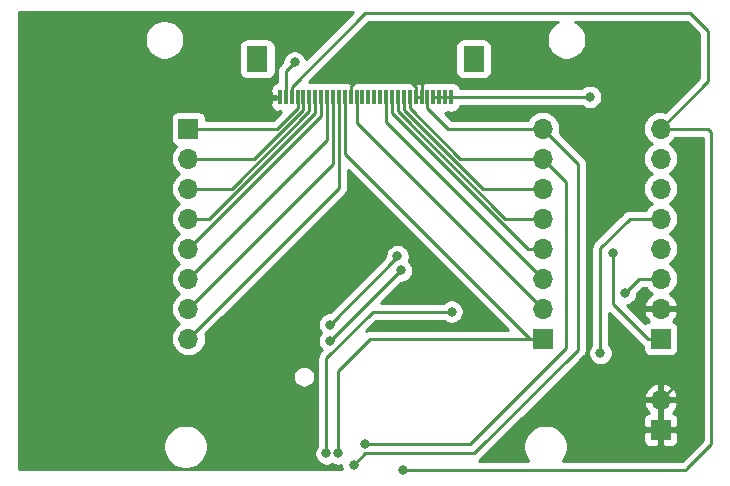
<source format=gtl>
G04 #@! TF.GenerationSoftware,KiCad,Pcbnew,(5.1.0)-1*
G04 #@! TF.CreationDate,2019-07-18T12:24:04+05:30*
G04 #@! TF.ProjectId,AR0135_adapter_rev1,41523031-3335-45f6-9164-61707465725f,rev?*
G04 #@! TF.SameCoordinates,Original*
G04 #@! TF.FileFunction,Copper,L1,Top*
G04 #@! TF.FilePolarity,Positive*
%FSLAX46Y46*%
G04 Gerber Fmt 4.6, Leading zero omitted, Abs format (unit mm)*
G04 Created by KiCad (PCBNEW (5.1.0)-1) date 2019-07-18 12:24:04*
%MOMM*%
%LPD*%
G04 APERTURE LIST*
%ADD10R,0.300000X1.300000*%
%ADD11R,1.800000X2.200000*%
%ADD12R,1.700000X1.700000*%
%ADD13O,1.700000X1.700000*%
%ADD14C,0.800000*%
%ADD15C,0.250000*%
%ADD16C,0.254000*%
G04 APERTURE END LIST*
D10*
X32750000Y-17850000D03*
X33250000Y-17850000D03*
X33750000Y-17850000D03*
X34250000Y-17850000D03*
X34750000Y-17850000D03*
X35250000Y-17850000D03*
X35750000Y-17850000D03*
X36250000Y-17850000D03*
X36750000Y-17850000D03*
X37250000Y-17850000D03*
X37750000Y-17850000D03*
X38250000Y-17850000D03*
X38750000Y-17850000D03*
X39250000Y-17850000D03*
X39750000Y-17850000D03*
X40250000Y-17850000D03*
X40750000Y-17850000D03*
X41250000Y-17850000D03*
X41750000Y-17850000D03*
X42250000Y-17850000D03*
X42750000Y-17850000D03*
X43250000Y-17850000D03*
X43750000Y-17850000D03*
X44250000Y-17850000D03*
X44750000Y-17850000D03*
X45250000Y-17850000D03*
X45750000Y-17850000D03*
X46250000Y-17850000D03*
X46750000Y-17850000D03*
X47250000Y-17850000D03*
D11*
X49150000Y-14600000D03*
X30850000Y-14600000D03*
D12*
X65000000Y-38280000D03*
D13*
X65000000Y-35740000D03*
X65000000Y-33200000D03*
X65000000Y-30660000D03*
X65000000Y-28120000D03*
X65000000Y-25580000D03*
X65000000Y-23040000D03*
X65000000Y-20500000D03*
X25000000Y-38280000D03*
X25000000Y-35740000D03*
X25000000Y-33200000D03*
X25000000Y-30660000D03*
X25000000Y-28120000D03*
X25000000Y-25580000D03*
X25000000Y-23040000D03*
D12*
X25000000Y-20500000D03*
X55000000Y-38280000D03*
D13*
X55000000Y-35740000D03*
X55000000Y-33200000D03*
X55000000Y-30660000D03*
X55000000Y-28120000D03*
X55000000Y-25580000D03*
X55000000Y-23040000D03*
X55000000Y-20500000D03*
D12*
X65000000Y-46000000D03*
D13*
X65000000Y-43460000D03*
D14*
X29000000Y-17800000D03*
X44700000Y-16000000D03*
X32800000Y-44000000D03*
X34000000Y-14900000D03*
X43200000Y-49375000D03*
X37700003Y-48000000D03*
X36700000Y-48000000D03*
X47300000Y-36000000D03*
X37000000Y-38500000D03*
X43000000Y-32500000D03*
X37000000Y-37100000D03*
X42700000Y-31300000D03*
X39958884Y-47241116D03*
X39000000Y-49000000D03*
X61000000Y-31000000D03*
X59000000Y-17800000D03*
X62000000Y-34400000D03*
X59900000Y-39500000D03*
D15*
X44250000Y-17850000D02*
X44750000Y-17850000D01*
X38750000Y-16950000D02*
X39200000Y-16500000D01*
X38750000Y-17850000D02*
X38750000Y-16950000D01*
X44250000Y-16950000D02*
X44250000Y-17850000D01*
X43800000Y-16500000D02*
X44250000Y-16950000D01*
X39200000Y-16500000D02*
X43800000Y-16500000D01*
X66202081Y-35740000D02*
X67000000Y-36537919D01*
X65000000Y-35740000D02*
X66202081Y-35740000D01*
X67000000Y-41460000D02*
X65000000Y-43460000D01*
X67000000Y-36537919D02*
X67000000Y-41460000D01*
X65000000Y-46000000D02*
X65000000Y-43460000D01*
X32750000Y-17850000D02*
X29050000Y-17850000D01*
X29050000Y-17850000D02*
X29000000Y-17800000D01*
X44750000Y-17850000D02*
X44750000Y-16050000D01*
X44750000Y-16050000D02*
X44700000Y-16000000D01*
X33250000Y-15650000D02*
X33250000Y-17850000D01*
X34000000Y-14900000D02*
X33250000Y-15650000D01*
X69000000Y-16500000D02*
X69000000Y-15900000D01*
X65000000Y-20500000D02*
X69000000Y-16500000D01*
X69000000Y-12600000D02*
X69000000Y-15900000D01*
X33750000Y-17850000D02*
X33750000Y-16950000D01*
X33750000Y-16950000D02*
X40000000Y-10700000D01*
X69000000Y-12300000D02*
X69000000Y-12600000D01*
X40000000Y-10700000D02*
X67500000Y-10700000D01*
X69000000Y-12200000D02*
X69000000Y-12600000D01*
X67500000Y-10700000D02*
X69000000Y-12200000D01*
X69300000Y-47200000D02*
X69300000Y-20800000D01*
X69000000Y-20500000D02*
X65000000Y-20500000D01*
X69300000Y-20800000D02*
X69000000Y-20500000D01*
X67125000Y-49375000D02*
X67250000Y-49250000D01*
X43200000Y-49375000D02*
X67125000Y-49375000D01*
X67100000Y-49400000D02*
X67250000Y-49250000D01*
X67250000Y-49250000D02*
X69300000Y-47200000D01*
X26100000Y-20500000D02*
X25000000Y-20500000D01*
X32500000Y-20500000D02*
X26100000Y-20500000D01*
X34250000Y-18750000D02*
X32500000Y-20500000D01*
X34250000Y-17850000D02*
X34250000Y-18750000D01*
X26202081Y-23040000D02*
X25000000Y-23040000D01*
X30596410Y-23040000D02*
X26202081Y-23040000D01*
X34750000Y-18886410D02*
X30596410Y-23040000D01*
X34750000Y-17850000D02*
X34750000Y-18886410D01*
X26202081Y-25580000D02*
X25000000Y-25580000D01*
X28692820Y-25580000D02*
X26202081Y-25580000D01*
X35250000Y-19022820D02*
X28692820Y-25580000D01*
X35250000Y-17850000D02*
X35250000Y-19022820D01*
X26202081Y-28120000D02*
X25000000Y-28120000D01*
X26789230Y-28120000D02*
X26202081Y-28120000D01*
X35750000Y-19159230D02*
X26789230Y-28120000D01*
X35750000Y-17850000D02*
X35750000Y-19159230D01*
X36250000Y-19410000D02*
X25000000Y-30660000D01*
X36250000Y-17850000D02*
X36250000Y-19410000D01*
X36750000Y-21450000D02*
X25000000Y-33200000D01*
X36750000Y-17850000D02*
X36750000Y-21450000D01*
X37250000Y-23490000D02*
X25000000Y-35740000D01*
X37250000Y-17850000D02*
X37250000Y-23490000D01*
X37750000Y-25530000D02*
X25000000Y-38280000D01*
X37750000Y-17850000D02*
X37750000Y-25530000D01*
X37700003Y-48000000D02*
X37700003Y-40999997D01*
X40420000Y-38280000D02*
X55000000Y-38280000D01*
X37700003Y-40999997D02*
X40420000Y-38280000D01*
X38274999Y-17874999D02*
X38250000Y-17850000D01*
X55000000Y-38280000D02*
X53900000Y-38280000D01*
X53900000Y-38280000D02*
X38274999Y-22654999D01*
X38274999Y-18474999D02*
X38274999Y-22654999D01*
X38250000Y-18450000D02*
X38274999Y-18474999D01*
X38250000Y-17850000D02*
X38250000Y-18450000D01*
X39250000Y-19990000D02*
X55000000Y-35740000D01*
X39250000Y-17850000D02*
X39250000Y-19990000D01*
X47051998Y-36000000D02*
X47300000Y-36000000D01*
X36700000Y-48000000D02*
X36700000Y-39900000D01*
X40600000Y-36000000D02*
X47300000Y-36000000D01*
X36700000Y-39900000D02*
X40600000Y-36000000D01*
X41750000Y-19950000D02*
X55000000Y-33200000D01*
X41750000Y-17850000D02*
X41750000Y-19950000D01*
X53797919Y-30660000D02*
X55000000Y-30660000D01*
X42250000Y-19159230D02*
X53750770Y-30660000D01*
X53750770Y-30660000D02*
X53797919Y-30660000D01*
X42250000Y-17850000D02*
X42250000Y-19159230D01*
X53797919Y-28120000D02*
X55000000Y-28120000D01*
X51847180Y-28120000D02*
X53797919Y-28120000D01*
X42750000Y-19022820D02*
X51847180Y-28120000D01*
X42750000Y-17850000D02*
X42750000Y-19022820D01*
X37000000Y-38500000D02*
X43000000Y-32500000D01*
X53797919Y-25580000D02*
X55000000Y-25580000D01*
X49943590Y-25580000D02*
X53797919Y-25580000D01*
X43250000Y-18886410D02*
X49943590Y-25580000D01*
X43250000Y-17850000D02*
X43250000Y-18886410D01*
X37000000Y-37100000D02*
X42700000Y-31400000D01*
X42700000Y-31400000D02*
X42700000Y-31300000D01*
X53797919Y-23040000D02*
X55000000Y-23040000D01*
X48040000Y-23040000D02*
X53797919Y-23040000D01*
X43750000Y-18750000D02*
X48040000Y-23040000D01*
X43750000Y-17850000D02*
X43750000Y-18750000D01*
X57000000Y-25040000D02*
X55000000Y-23040000D01*
X57000000Y-39100000D02*
X57000000Y-25040000D01*
X39958884Y-47241116D02*
X48858884Y-47241116D01*
X48858884Y-47241116D02*
X57000000Y-39100000D01*
X53797919Y-20500000D02*
X55000000Y-20500000D01*
X47000000Y-20500000D02*
X53797919Y-20500000D01*
X45250000Y-18750000D02*
X47000000Y-20500000D01*
X45250000Y-17850000D02*
X45250000Y-18750000D01*
X58000000Y-23500000D02*
X55000000Y-20500000D01*
X58000000Y-39200000D02*
X58000000Y-23500000D01*
X49200000Y-48000000D02*
X58000000Y-39200000D01*
X39000000Y-49000000D02*
X40000000Y-48000000D01*
X40000000Y-48000000D02*
X49200000Y-48000000D01*
X45750000Y-17850000D02*
X46250000Y-17850000D01*
X46250000Y-17850000D02*
X46750000Y-17850000D01*
X46750000Y-17850000D02*
X47250000Y-17850000D01*
X61000000Y-35380000D02*
X61000000Y-31000000D01*
X65000000Y-38280000D02*
X63900000Y-38280000D01*
X63900000Y-38280000D02*
X61000000Y-35380000D01*
X47300000Y-17800000D02*
X47250000Y-17850000D01*
X59000000Y-17800000D02*
X47300000Y-17800000D01*
X63200000Y-33200000D02*
X65000000Y-33200000D01*
X62000000Y-34400000D02*
X63200000Y-33200000D01*
X62380000Y-28120000D02*
X65000000Y-28120000D01*
X59900000Y-30600000D02*
X62380000Y-28120000D01*
X59900000Y-39500000D02*
X59900000Y-38800000D01*
X59900000Y-39225306D02*
X59900000Y-38800000D01*
X59900000Y-38800000D02*
X59900000Y-30600000D01*
D16*
G36*
X35000514Y-14624685D02*
G01*
X34995226Y-14598102D01*
X34917205Y-14409744D01*
X34803937Y-14240226D01*
X34659774Y-14096063D01*
X34490256Y-13982795D01*
X34301898Y-13904774D01*
X34101939Y-13865000D01*
X33898061Y-13865000D01*
X33698102Y-13904774D01*
X33509744Y-13982795D01*
X33340226Y-14096063D01*
X33196063Y-14240226D01*
X33082795Y-14409744D01*
X33004774Y-14598102D01*
X32965000Y-14798061D01*
X32965000Y-14860199D01*
X32739002Y-15086197D01*
X32709999Y-15109999D01*
X32654871Y-15177174D01*
X32615026Y-15225724D01*
X32562348Y-15324277D01*
X32544454Y-15357754D01*
X32500997Y-15501015D01*
X32490000Y-15612668D01*
X32490000Y-15612678D01*
X32486324Y-15650000D01*
X32490000Y-15687323D01*
X32490000Y-16573598D01*
X32465268Y-16576315D01*
X32346182Y-16614584D01*
X32236850Y-16675350D01*
X32141474Y-16756278D01*
X32063718Y-16854258D01*
X32006572Y-16965525D01*
X31972230Y-17085802D01*
X31962014Y-17210468D01*
X31965000Y-17564250D01*
X32123750Y-17723000D01*
X32461928Y-17723000D01*
X32461928Y-17977000D01*
X32123750Y-17977000D01*
X31965000Y-18135750D01*
X31962014Y-18489532D01*
X31972230Y-18614198D01*
X32006572Y-18734475D01*
X32063718Y-18845742D01*
X32141474Y-18943722D01*
X32236850Y-19024650D01*
X32346182Y-19085416D01*
X32465268Y-19123685D01*
X32568250Y-19135000D01*
X32705525Y-18997725D01*
X32745506Y-19030537D01*
X32842706Y-19082492D01*
X32185199Y-19740000D01*
X26488072Y-19740000D01*
X26488072Y-19650000D01*
X26475812Y-19525518D01*
X26439502Y-19405820D01*
X26380537Y-19295506D01*
X26301185Y-19198815D01*
X26204494Y-19119463D01*
X26094180Y-19060498D01*
X25974482Y-19024188D01*
X25850000Y-19011928D01*
X24150000Y-19011928D01*
X24025518Y-19024188D01*
X23905820Y-19060498D01*
X23795506Y-19119463D01*
X23698815Y-19198815D01*
X23619463Y-19295506D01*
X23560498Y-19405820D01*
X23524188Y-19525518D01*
X23511928Y-19650000D01*
X23511928Y-21350000D01*
X23524188Y-21474482D01*
X23560498Y-21594180D01*
X23619463Y-21704494D01*
X23698815Y-21801185D01*
X23795506Y-21880537D01*
X23905820Y-21939502D01*
X23974687Y-21960393D01*
X23944866Y-21984866D01*
X23759294Y-22210986D01*
X23621401Y-22468966D01*
X23536487Y-22748889D01*
X23507815Y-23040000D01*
X23536487Y-23331111D01*
X23621401Y-23611034D01*
X23759294Y-23869014D01*
X23944866Y-24095134D01*
X24170986Y-24280706D01*
X24225791Y-24310000D01*
X24170986Y-24339294D01*
X23944866Y-24524866D01*
X23759294Y-24750986D01*
X23621401Y-25008966D01*
X23536487Y-25288889D01*
X23507815Y-25580000D01*
X23536487Y-25871111D01*
X23621401Y-26151034D01*
X23759294Y-26409014D01*
X23944866Y-26635134D01*
X24170986Y-26820706D01*
X24225791Y-26850000D01*
X24170986Y-26879294D01*
X23944866Y-27064866D01*
X23759294Y-27290986D01*
X23621401Y-27548966D01*
X23536487Y-27828889D01*
X23507815Y-28120000D01*
X23536487Y-28411111D01*
X23621401Y-28691034D01*
X23759294Y-28949014D01*
X23944866Y-29175134D01*
X24170986Y-29360706D01*
X24225791Y-29390000D01*
X24170986Y-29419294D01*
X23944866Y-29604866D01*
X23759294Y-29830986D01*
X23621401Y-30088966D01*
X23536487Y-30368889D01*
X23507815Y-30660000D01*
X23536487Y-30951111D01*
X23621401Y-31231034D01*
X23759294Y-31489014D01*
X23944866Y-31715134D01*
X24170986Y-31900706D01*
X24225791Y-31930000D01*
X24170986Y-31959294D01*
X23944866Y-32144866D01*
X23759294Y-32370986D01*
X23621401Y-32628966D01*
X23536487Y-32908889D01*
X23507815Y-33200000D01*
X23536487Y-33491111D01*
X23621401Y-33771034D01*
X23759294Y-34029014D01*
X23944866Y-34255134D01*
X24170986Y-34440706D01*
X24225791Y-34470000D01*
X24170986Y-34499294D01*
X23944866Y-34684866D01*
X23759294Y-34910986D01*
X23621401Y-35168966D01*
X23536487Y-35448889D01*
X23507815Y-35740000D01*
X23536487Y-36031111D01*
X23621401Y-36311034D01*
X23759294Y-36569014D01*
X23944866Y-36795134D01*
X24170986Y-36980706D01*
X24225791Y-37010000D01*
X24170986Y-37039294D01*
X23944866Y-37224866D01*
X23759294Y-37450986D01*
X23621401Y-37708966D01*
X23536487Y-37988889D01*
X23507815Y-38280000D01*
X23536487Y-38571111D01*
X23621401Y-38851034D01*
X23759294Y-39109014D01*
X23944866Y-39335134D01*
X24170986Y-39520706D01*
X24428966Y-39658599D01*
X24708889Y-39743513D01*
X24927050Y-39765000D01*
X25072950Y-39765000D01*
X25291111Y-39743513D01*
X25571034Y-39658599D01*
X25829014Y-39520706D01*
X26055134Y-39335134D01*
X26240706Y-39109014D01*
X26378599Y-38851034D01*
X26463513Y-38571111D01*
X26492185Y-38280000D01*
X26463513Y-37988889D01*
X26440797Y-37914004D01*
X38261003Y-26093799D01*
X38290001Y-26070001D01*
X38343940Y-26004276D01*
X38384974Y-25954277D01*
X38455546Y-25822247D01*
X38461179Y-25803676D01*
X38499003Y-25678986D01*
X38510000Y-25567333D01*
X38510000Y-25567323D01*
X38513676Y-25530000D01*
X38510000Y-25492677D01*
X38510000Y-23964801D01*
X52065198Y-37520000D01*
X40457325Y-37520000D01*
X40420000Y-37516324D01*
X40382675Y-37520000D01*
X40382667Y-37520000D01*
X40271014Y-37530997D01*
X40127753Y-37574454D01*
X40068878Y-37605924D01*
X40914802Y-36760000D01*
X46596289Y-36760000D01*
X46640226Y-36803937D01*
X46809744Y-36917205D01*
X46998102Y-36995226D01*
X47198061Y-37035000D01*
X47401939Y-37035000D01*
X47601898Y-36995226D01*
X47790256Y-36917205D01*
X47959774Y-36803937D01*
X48103937Y-36659774D01*
X48217205Y-36490256D01*
X48295226Y-36301898D01*
X48335000Y-36101939D01*
X48335000Y-35898061D01*
X48295226Y-35698102D01*
X48217205Y-35509744D01*
X48103937Y-35340226D01*
X47959774Y-35196063D01*
X47790256Y-35082795D01*
X47601898Y-35004774D01*
X47401939Y-34965000D01*
X47198061Y-34965000D01*
X46998102Y-35004774D01*
X46809744Y-35082795D01*
X46640226Y-35196063D01*
X46596289Y-35240000D01*
X41334802Y-35240000D01*
X43039803Y-33535000D01*
X43101939Y-33535000D01*
X43301898Y-33495226D01*
X43490256Y-33417205D01*
X43659774Y-33303937D01*
X43803937Y-33159774D01*
X43917205Y-32990256D01*
X43995226Y-32801898D01*
X44035000Y-32601939D01*
X44035000Y-32398061D01*
X43995226Y-32198102D01*
X43917205Y-32009744D01*
X43803937Y-31840226D01*
X43659774Y-31696063D01*
X43656991Y-31694204D01*
X43695226Y-31601898D01*
X43735000Y-31401939D01*
X43735000Y-31198061D01*
X43695226Y-30998102D01*
X43617205Y-30809744D01*
X43503937Y-30640226D01*
X43359774Y-30496063D01*
X43190256Y-30382795D01*
X43001898Y-30304774D01*
X42801939Y-30265000D01*
X42598061Y-30265000D01*
X42398102Y-30304774D01*
X42209744Y-30382795D01*
X42040226Y-30496063D01*
X41896063Y-30640226D01*
X41782795Y-30809744D01*
X41704774Y-30998102D01*
X41665000Y-31198061D01*
X41665000Y-31360198D01*
X36960199Y-36065000D01*
X36898061Y-36065000D01*
X36698102Y-36104774D01*
X36509744Y-36182795D01*
X36340226Y-36296063D01*
X36196063Y-36440226D01*
X36082795Y-36609744D01*
X36004774Y-36798102D01*
X35965000Y-36998061D01*
X35965000Y-37201939D01*
X36004774Y-37401898D01*
X36082795Y-37590256D01*
X36196063Y-37759774D01*
X36236289Y-37800000D01*
X36196063Y-37840226D01*
X36082795Y-38009744D01*
X36004774Y-38198102D01*
X35965000Y-38398061D01*
X35965000Y-38601939D01*
X36004774Y-38801898D01*
X36082795Y-38990256D01*
X36196063Y-39159774D01*
X36280744Y-39244455D01*
X36188998Y-39336201D01*
X36160000Y-39359999D01*
X36136202Y-39388997D01*
X36136201Y-39388998D01*
X36065026Y-39475724D01*
X35994454Y-39607754D01*
X35979031Y-39658599D01*
X35950998Y-39751014D01*
X35949590Y-39765307D01*
X35936324Y-39900000D01*
X35940001Y-39937332D01*
X35940000Y-47296289D01*
X35896063Y-47340226D01*
X35782795Y-47509744D01*
X35704774Y-47698102D01*
X35665000Y-47898061D01*
X35665000Y-48101939D01*
X35704774Y-48301898D01*
X35782795Y-48490256D01*
X35896063Y-48659774D01*
X36040226Y-48803937D01*
X36209744Y-48917205D01*
X36398102Y-48995226D01*
X36598061Y-49035000D01*
X36801939Y-49035000D01*
X37001898Y-48995226D01*
X37190256Y-48917205D01*
X37200002Y-48910693D01*
X37209747Y-48917205D01*
X37398105Y-48995226D01*
X37598064Y-49035000D01*
X37801942Y-49035000D01*
X37965000Y-49002566D01*
X37965000Y-49101939D01*
X38004774Y-49301898D01*
X38020556Y-49340000D01*
X10660000Y-49340000D01*
X10660000Y-47259344D01*
X22875000Y-47259344D01*
X22875000Y-47630656D01*
X22947439Y-47994834D01*
X23089534Y-48337882D01*
X23295825Y-48646618D01*
X23558382Y-48909175D01*
X23867118Y-49115466D01*
X24210166Y-49257561D01*
X24574344Y-49330000D01*
X24945656Y-49330000D01*
X25309834Y-49257561D01*
X25652882Y-49115466D01*
X25961618Y-48909175D01*
X26224175Y-48646618D01*
X26430466Y-48337882D01*
X26572561Y-47994834D01*
X26645000Y-47630656D01*
X26645000Y-47259344D01*
X26572561Y-46895166D01*
X26430466Y-46552118D01*
X26224175Y-46243382D01*
X25961618Y-45980825D01*
X25652882Y-45774534D01*
X25309834Y-45632439D01*
X24945656Y-45560000D01*
X24574344Y-45560000D01*
X24210166Y-45632439D01*
X23867118Y-45774534D01*
X23558382Y-45980825D01*
X23295825Y-46243382D01*
X23089534Y-46552118D01*
X22947439Y-46895166D01*
X22875000Y-47259344D01*
X10660000Y-47259344D01*
X10660000Y-41407911D01*
X33865000Y-41407911D01*
X33865000Y-41592089D01*
X33900932Y-41772729D01*
X33971414Y-41942889D01*
X34073738Y-42096028D01*
X34203972Y-42226262D01*
X34357111Y-42328586D01*
X34527271Y-42399068D01*
X34707911Y-42435000D01*
X34892089Y-42435000D01*
X35072729Y-42399068D01*
X35242889Y-42328586D01*
X35396028Y-42226262D01*
X35526262Y-42096028D01*
X35628586Y-41942889D01*
X35699068Y-41772729D01*
X35735000Y-41592089D01*
X35735000Y-41407911D01*
X35699068Y-41227271D01*
X35628586Y-41057111D01*
X35526262Y-40903972D01*
X35396028Y-40773738D01*
X35242889Y-40671414D01*
X35072729Y-40600932D01*
X34892089Y-40565000D01*
X34707911Y-40565000D01*
X34527271Y-40600932D01*
X34357111Y-40671414D01*
X34203972Y-40773738D01*
X34073738Y-40903972D01*
X33971414Y-41057111D01*
X33900932Y-41227271D01*
X33865000Y-41407911D01*
X10660000Y-41407911D01*
X10660000Y-12814042D01*
X21295000Y-12814042D01*
X21295000Y-13145958D01*
X21359754Y-13471496D01*
X21486772Y-13778147D01*
X21671175Y-14054125D01*
X21905875Y-14288825D01*
X22181853Y-14473228D01*
X22488504Y-14600246D01*
X22814042Y-14665000D01*
X23145958Y-14665000D01*
X23471496Y-14600246D01*
X23778147Y-14473228D01*
X24054125Y-14288825D01*
X24288825Y-14054125D01*
X24473228Y-13778147D01*
X24588439Y-13500000D01*
X29311928Y-13500000D01*
X29311928Y-15700000D01*
X29324188Y-15824482D01*
X29360498Y-15944180D01*
X29419463Y-16054494D01*
X29498815Y-16151185D01*
X29595506Y-16230537D01*
X29705820Y-16289502D01*
X29825518Y-16325812D01*
X29950000Y-16338072D01*
X31750000Y-16338072D01*
X31874482Y-16325812D01*
X31994180Y-16289502D01*
X32104494Y-16230537D01*
X32201185Y-16151185D01*
X32280537Y-16054494D01*
X32339502Y-15944180D01*
X32375812Y-15824482D01*
X32388072Y-15700000D01*
X32388072Y-13500000D01*
X32375812Y-13375518D01*
X32339502Y-13255820D01*
X32280537Y-13145506D01*
X32201185Y-13048815D01*
X32104494Y-12969463D01*
X31994180Y-12910498D01*
X31874482Y-12874188D01*
X31750000Y-12861928D01*
X29950000Y-12861928D01*
X29825518Y-12874188D01*
X29705820Y-12910498D01*
X29595506Y-12969463D01*
X29498815Y-13048815D01*
X29419463Y-13145506D01*
X29360498Y-13255820D01*
X29324188Y-13375518D01*
X29311928Y-13500000D01*
X24588439Y-13500000D01*
X24600246Y-13471496D01*
X24665000Y-13145958D01*
X24665000Y-12814042D01*
X24600246Y-12488504D01*
X24473228Y-12181853D01*
X24288825Y-11905875D01*
X24054125Y-11671175D01*
X23778147Y-11486772D01*
X23471496Y-11359754D01*
X23145958Y-11295000D01*
X22814042Y-11295000D01*
X22488504Y-11359754D01*
X22181853Y-11486772D01*
X21905875Y-11671175D01*
X21671175Y-11905875D01*
X21486772Y-12181853D01*
X21359754Y-12488504D01*
X21295000Y-12814042D01*
X10660000Y-12814042D01*
X10660000Y-10660000D01*
X38965198Y-10660000D01*
X35000514Y-14624685D01*
X35000514Y-14624685D01*
G37*
X35000514Y-14624685D02*
X34995226Y-14598102D01*
X34917205Y-14409744D01*
X34803937Y-14240226D01*
X34659774Y-14096063D01*
X34490256Y-13982795D01*
X34301898Y-13904774D01*
X34101939Y-13865000D01*
X33898061Y-13865000D01*
X33698102Y-13904774D01*
X33509744Y-13982795D01*
X33340226Y-14096063D01*
X33196063Y-14240226D01*
X33082795Y-14409744D01*
X33004774Y-14598102D01*
X32965000Y-14798061D01*
X32965000Y-14860199D01*
X32739002Y-15086197D01*
X32709999Y-15109999D01*
X32654871Y-15177174D01*
X32615026Y-15225724D01*
X32562348Y-15324277D01*
X32544454Y-15357754D01*
X32500997Y-15501015D01*
X32490000Y-15612668D01*
X32490000Y-15612678D01*
X32486324Y-15650000D01*
X32490000Y-15687323D01*
X32490000Y-16573598D01*
X32465268Y-16576315D01*
X32346182Y-16614584D01*
X32236850Y-16675350D01*
X32141474Y-16756278D01*
X32063718Y-16854258D01*
X32006572Y-16965525D01*
X31972230Y-17085802D01*
X31962014Y-17210468D01*
X31965000Y-17564250D01*
X32123750Y-17723000D01*
X32461928Y-17723000D01*
X32461928Y-17977000D01*
X32123750Y-17977000D01*
X31965000Y-18135750D01*
X31962014Y-18489532D01*
X31972230Y-18614198D01*
X32006572Y-18734475D01*
X32063718Y-18845742D01*
X32141474Y-18943722D01*
X32236850Y-19024650D01*
X32346182Y-19085416D01*
X32465268Y-19123685D01*
X32568250Y-19135000D01*
X32705525Y-18997725D01*
X32745506Y-19030537D01*
X32842706Y-19082492D01*
X32185199Y-19740000D01*
X26488072Y-19740000D01*
X26488072Y-19650000D01*
X26475812Y-19525518D01*
X26439502Y-19405820D01*
X26380537Y-19295506D01*
X26301185Y-19198815D01*
X26204494Y-19119463D01*
X26094180Y-19060498D01*
X25974482Y-19024188D01*
X25850000Y-19011928D01*
X24150000Y-19011928D01*
X24025518Y-19024188D01*
X23905820Y-19060498D01*
X23795506Y-19119463D01*
X23698815Y-19198815D01*
X23619463Y-19295506D01*
X23560498Y-19405820D01*
X23524188Y-19525518D01*
X23511928Y-19650000D01*
X23511928Y-21350000D01*
X23524188Y-21474482D01*
X23560498Y-21594180D01*
X23619463Y-21704494D01*
X23698815Y-21801185D01*
X23795506Y-21880537D01*
X23905820Y-21939502D01*
X23974687Y-21960393D01*
X23944866Y-21984866D01*
X23759294Y-22210986D01*
X23621401Y-22468966D01*
X23536487Y-22748889D01*
X23507815Y-23040000D01*
X23536487Y-23331111D01*
X23621401Y-23611034D01*
X23759294Y-23869014D01*
X23944866Y-24095134D01*
X24170986Y-24280706D01*
X24225791Y-24310000D01*
X24170986Y-24339294D01*
X23944866Y-24524866D01*
X23759294Y-24750986D01*
X23621401Y-25008966D01*
X23536487Y-25288889D01*
X23507815Y-25580000D01*
X23536487Y-25871111D01*
X23621401Y-26151034D01*
X23759294Y-26409014D01*
X23944866Y-26635134D01*
X24170986Y-26820706D01*
X24225791Y-26850000D01*
X24170986Y-26879294D01*
X23944866Y-27064866D01*
X23759294Y-27290986D01*
X23621401Y-27548966D01*
X23536487Y-27828889D01*
X23507815Y-28120000D01*
X23536487Y-28411111D01*
X23621401Y-28691034D01*
X23759294Y-28949014D01*
X23944866Y-29175134D01*
X24170986Y-29360706D01*
X24225791Y-29390000D01*
X24170986Y-29419294D01*
X23944866Y-29604866D01*
X23759294Y-29830986D01*
X23621401Y-30088966D01*
X23536487Y-30368889D01*
X23507815Y-30660000D01*
X23536487Y-30951111D01*
X23621401Y-31231034D01*
X23759294Y-31489014D01*
X23944866Y-31715134D01*
X24170986Y-31900706D01*
X24225791Y-31930000D01*
X24170986Y-31959294D01*
X23944866Y-32144866D01*
X23759294Y-32370986D01*
X23621401Y-32628966D01*
X23536487Y-32908889D01*
X23507815Y-33200000D01*
X23536487Y-33491111D01*
X23621401Y-33771034D01*
X23759294Y-34029014D01*
X23944866Y-34255134D01*
X24170986Y-34440706D01*
X24225791Y-34470000D01*
X24170986Y-34499294D01*
X23944866Y-34684866D01*
X23759294Y-34910986D01*
X23621401Y-35168966D01*
X23536487Y-35448889D01*
X23507815Y-35740000D01*
X23536487Y-36031111D01*
X23621401Y-36311034D01*
X23759294Y-36569014D01*
X23944866Y-36795134D01*
X24170986Y-36980706D01*
X24225791Y-37010000D01*
X24170986Y-37039294D01*
X23944866Y-37224866D01*
X23759294Y-37450986D01*
X23621401Y-37708966D01*
X23536487Y-37988889D01*
X23507815Y-38280000D01*
X23536487Y-38571111D01*
X23621401Y-38851034D01*
X23759294Y-39109014D01*
X23944866Y-39335134D01*
X24170986Y-39520706D01*
X24428966Y-39658599D01*
X24708889Y-39743513D01*
X24927050Y-39765000D01*
X25072950Y-39765000D01*
X25291111Y-39743513D01*
X25571034Y-39658599D01*
X25829014Y-39520706D01*
X26055134Y-39335134D01*
X26240706Y-39109014D01*
X26378599Y-38851034D01*
X26463513Y-38571111D01*
X26492185Y-38280000D01*
X26463513Y-37988889D01*
X26440797Y-37914004D01*
X38261003Y-26093799D01*
X38290001Y-26070001D01*
X38343940Y-26004276D01*
X38384974Y-25954277D01*
X38455546Y-25822247D01*
X38461179Y-25803676D01*
X38499003Y-25678986D01*
X38510000Y-25567333D01*
X38510000Y-25567323D01*
X38513676Y-25530000D01*
X38510000Y-25492677D01*
X38510000Y-23964801D01*
X52065198Y-37520000D01*
X40457325Y-37520000D01*
X40420000Y-37516324D01*
X40382675Y-37520000D01*
X40382667Y-37520000D01*
X40271014Y-37530997D01*
X40127753Y-37574454D01*
X40068878Y-37605924D01*
X40914802Y-36760000D01*
X46596289Y-36760000D01*
X46640226Y-36803937D01*
X46809744Y-36917205D01*
X46998102Y-36995226D01*
X47198061Y-37035000D01*
X47401939Y-37035000D01*
X47601898Y-36995226D01*
X47790256Y-36917205D01*
X47959774Y-36803937D01*
X48103937Y-36659774D01*
X48217205Y-36490256D01*
X48295226Y-36301898D01*
X48335000Y-36101939D01*
X48335000Y-35898061D01*
X48295226Y-35698102D01*
X48217205Y-35509744D01*
X48103937Y-35340226D01*
X47959774Y-35196063D01*
X47790256Y-35082795D01*
X47601898Y-35004774D01*
X47401939Y-34965000D01*
X47198061Y-34965000D01*
X46998102Y-35004774D01*
X46809744Y-35082795D01*
X46640226Y-35196063D01*
X46596289Y-35240000D01*
X41334802Y-35240000D01*
X43039803Y-33535000D01*
X43101939Y-33535000D01*
X43301898Y-33495226D01*
X43490256Y-33417205D01*
X43659774Y-33303937D01*
X43803937Y-33159774D01*
X43917205Y-32990256D01*
X43995226Y-32801898D01*
X44035000Y-32601939D01*
X44035000Y-32398061D01*
X43995226Y-32198102D01*
X43917205Y-32009744D01*
X43803937Y-31840226D01*
X43659774Y-31696063D01*
X43656991Y-31694204D01*
X43695226Y-31601898D01*
X43735000Y-31401939D01*
X43735000Y-31198061D01*
X43695226Y-30998102D01*
X43617205Y-30809744D01*
X43503937Y-30640226D01*
X43359774Y-30496063D01*
X43190256Y-30382795D01*
X43001898Y-30304774D01*
X42801939Y-30265000D01*
X42598061Y-30265000D01*
X42398102Y-30304774D01*
X42209744Y-30382795D01*
X42040226Y-30496063D01*
X41896063Y-30640226D01*
X41782795Y-30809744D01*
X41704774Y-30998102D01*
X41665000Y-31198061D01*
X41665000Y-31360198D01*
X36960199Y-36065000D01*
X36898061Y-36065000D01*
X36698102Y-36104774D01*
X36509744Y-36182795D01*
X36340226Y-36296063D01*
X36196063Y-36440226D01*
X36082795Y-36609744D01*
X36004774Y-36798102D01*
X35965000Y-36998061D01*
X35965000Y-37201939D01*
X36004774Y-37401898D01*
X36082795Y-37590256D01*
X36196063Y-37759774D01*
X36236289Y-37800000D01*
X36196063Y-37840226D01*
X36082795Y-38009744D01*
X36004774Y-38198102D01*
X35965000Y-38398061D01*
X35965000Y-38601939D01*
X36004774Y-38801898D01*
X36082795Y-38990256D01*
X36196063Y-39159774D01*
X36280744Y-39244455D01*
X36188998Y-39336201D01*
X36160000Y-39359999D01*
X36136202Y-39388997D01*
X36136201Y-39388998D01*
X36065026Y-39475724D01*
X35994454Y-39607754D01*
X35979031Y-39658599D01*
X35950998Y-39751014D01*
X35949590Y-39765307D01*
X35936324Y-39900000D01*
X35940001Y-39937332D01*
X35940000Y-47296289D01*
X35896063Y-47340226D01*
X35782795Y-47509744D01*
X35704774Y-47698102D01*
X35665000Y-47898061D01*
X35665000Y-48101939D01*
X35704774Y-48301898D01*
X35782795Y-48490256D01*
X35896063Y-48659774D01*
X36040226Y-48803937D01*
X36209744Y-48917205D01*
X36398102Y-48995226D01*
X36598061Y-49035000D01*
X36801939Y-49035000D01*
X37001898Y-48995226D01*
X37190256Y-48917205D01*
X37200002Y-48910693D01*
X37209747Y-48917205D01*
X37398105Y-48995226D01*
X37598064Y-49035000D01*
X37801942Y-49035000D01*
X37965000Y-49002566D01*
X37965000Y-49101939D01*
X38004774Y-49301898D01*
X38020556Y-49340000D01*
X10660000Y-49340000D01*
X10660000Y-47259344D01*
X22875000Y-47259344D01*
X22875000Y-47630656D01*
X22947439Y-47994834D01*
X23089534Y-48337882D01*
X23295825Y-48646618D01*
X23558382Y-48909175D01*
X23867118Y-49115466D01*
X24210166Y-49257561D01*
X24574344Y-49330000D01*
X24945656Y-49330000D01*
X25309834Y-49257561D01*
X25652882Y-49115466D01*
X25961618Y-48909175D01*
X26224175Y-48646618D01*
X26430466Y-48337882D01*
X26572561Y-47994834D01*
X26645000Y-47630656D01*
X26645000Y-47259344D01*
X26572561Y-46895166D01*
X26430466Y-46552118D01*
X26224175Y-46243382D01*
X25961618Y-45980825D01*
X25652882Y-45774534D01*
X25309834Y-45632439D01*
X24945656Y-45560000D01*
X24574344Y-45560000D01*
X24210166Y-45632439D01*
X23867118Y-45774534D01*
X23558382Y-45980825D01*
X23295825Y-46243382D01*
X23089534Y-46552118D01*
X22947439Y-46895166D01*
X22875000Y-47259344D01*
X10660000Y-47259344D01*
X10660000Y-41407911D01*
X33865000Y-41407911D01*
X33865000Y-41592089D01*
X33900932Y-41772729D01*
X33971414Y-41942889D01*
X34073738Y-42096028D01*
X34203972Y-42226262D01*
X34357111Y-42328586D01*
X34527271Y-42399068D01*
X34707911Y-42435000D01*
X34892089Y-42435000D01*
X35072729Y-42399068D01*
X35242889Y-42328586D01*
X35396028Y-42226262D01*
X35526262Y-42096028D01*
X35628586Y-41942889D01*
X35699068Y-41772729D01*
X35735000Y-41592089D01*
X35735000Y-41407911D01*
X35699068Y-41227271D01*
X35628586Y-41057111D01*
X35526262Y-40903972D01*
X35396028Y-40773738D01*
X35242889Y-40671414D01*
X35072729Y-40600932D01*
X34892089Y-40565000D01*
X34707911Y-40565000D01*
X34527271Y-40600932D01*
X34357111Y-40671414D01*
X34203972Y-40773738D01*
X34073738Y-40903972D01*
X33971414Y-41057111D01*
X33900932Y-41227271D01*
X33865000Y-41407911D01*
X10660000Y-41407911D01*
X10660000Y-12814042D01*
X21295000Y-12814042D01*
X21295000Y-13145958D01*
X21359754Y-13471496D01*
X21486772Y-13778147D01*
X21671175Y-14054125D01*
X21905875Y-14288825D01*
X22181853Y-14473228D01*
X22488504Y-14600246D01*
X22814042Y-14665000D01*
X23145958Y-14665000D01*
X23471496Y-14600246D01*
X23778147Y-14473228D01*
X24054125Y-14288825D01*
X24288825Y-14054125D01*
X24473228Y-13778147D01*
X24588439Y-13500000D01*
X29311928Y-13500000D01*
X29311928Y-15700000D01*
X29324188Y-15824482D01*
X29360498Y-15944180D01*
X29419463Y-16054494D01*
X29498815Y-16151185D01*
X29595506Y-16230537D01*
X29705820Y-16289502D01*
X29825518Y-16325812D01*
X29950000Y-16338072D01*
X31750000Y-16338072D01*
X31874482Y-16325812D01*
X31994180Y-16289502D01*
X32104494Y-16230537D01*
X32201185Y-16151185D01*
X32280537Y-16054494D01*
X32339502Y-15944180D01*
X32375812Y-15824482D01*
X32388072Y-15700000D01*
X32388072Y-13500000D01*
X32375812Y-13375518D01*
X32339502Y-13255820D01*
X32280537Y-13145506D01*
X32201185Y-13048815D01*
X32104494Y-12969463D01*
X31994180Y-12910498D01*
X31874482Y-12874188D01*
X31750000Y-12861928D01*
X29950000Y-12861928D01*
X29825518Y-12874188D01*
X29705820Y-12910498D01*
X29595506Y-12969463D01*
X29498815Y-13048815D01*
X29419463Y-13145506D01*
X29360498Y-13255820D01*
X29324188Y-13375518D01*
X29311928Y-13500000D01*
X24588439Y-13500000D01*
X24600246Y-13471496D01*
X24665000Y-13145958D01*
X24665000Y-12814042D01*
X24600246Y-12488504D01*
X24473228Y-12181853D01*
X24288825Y-11905875D01*
X24054125Y-11671175D01*
X23778147Y-11486772D01*
X23471496Y-11359754D01*
X23145958Y-11295000D01*
X22814042Y-11295000D01*
X22488504Y-11359754D01*
X22181853Y-11486772D01*
X21905875Y-11671175D01*
X21671175Y-11905875D01*
X21486772Y-12181853D01*
X21359754Y-12488504D01*
X21295000Y-12814042D01*
X10660000Y-12814042D01*
X10660000Y-10660000D01*
X38965198Y-10660000D01*
X35000514Y-14624685D01*
G36*
X56221853Y-11486772D02*
G01*
X55945875Y-11671175D01*
X55711175Y-11905875D01*
X55526772Y-12181853D01*
X55399754Y-12488504D01*
X55335000Y-12814042D01*
X55335000Y-13145958D01*
X55399754Y-13471496D01*
X55526772Y-13778147D01*
X55711175Y-14054125D01*
X55945875Y-14288825D01*
X56221853Y-14473228D01*
X56528504Y-14600246D01*
X56854042Y-14665000D01*
X57185958Y-14665000D01*
X57511496Y-14600246D01*
X57818147Y-14473228D01*
X58094125Y-14288825D01*
X58328825Y-14054125D01*
X58513228Y-13778147D01*
X58640246Y-13471496D01*
X58705000Y-13145958D01*
X58705000Y-12814042D01*
X58640246Y-12488504D01*
X58513228Y-12181853D01*
X58328825Y-11905875D01*
X58094125Y-11671175D01*
X57818147Y-11486772D01*
X57753513Y-11460000D01*
X67185199Y-11460000D01*
X68240000Y-12514802D01*
X68240000Y-12562668D01*
X68240001Y-15862657D01*
X68240000Y-15862667D01*
X68240000Y-16185198D01*
X65365996Y-19059203D01*
X65291111Y-19036487D01*
X65072950Y-19015000D01*
X64927050Y-19015000D01*
X64708889Y-19036487D01*
X64428966Y-19121401D01*
X64170986Y-19259294D01*
X63944866Y-19444866D01*
X63759294Y-19670986D01*
X63621401Y-19928966D01*
X63536487Y-20208889D01*
X63507815Y-20500000D01*
X63536487Y-20791111D01*
X63621401Y-21071034D01*
X63759294Y-21329014D01*
X63944866Y-21555134D01*
X64170986Y-21740706D01*
X64225791Y-21770000D01*
X64170986Y-21799294D01*
X63944866Y-21984866D01*
X63759294Y-22210986D01*
X63621401Y-22468966D01*
X63536487Y-22748889D01*
X63507815Y-23040000D01*
X63536487Y-23331111D01*
X63621401Y-23611034D01*
X63759294Y-23869014D01*
X63944866Y-24095134D01*
X64170986Y-24280706D01*
X64225791Y-24310000D01*
X64170986Y-24339294D01*
X63944866Y-24524866D01*
X63759294Y-24750986D01*
X63621401Y-25008966D01*
X63536487Y-25288889D01*
X63507815Y-25580000D01*
X63536487Y-25871111D01*
X63621401Y-26151034D01*
X63759294Y-26409014D01*
X63944866Y-26635134D01*
X64170986Y-26820706D01*
X64225791Y-26850000D01*
X64170986Y-26879294D01*
X63944866Y-27064866D01*
X63759294Y-27290986D01*
X63722405Y-27360000D01*
X62417325Y-27360000D01*
X62380000Y-27356324D01*
X62342675Y-27360000D01*
X62342667Y-27360000D01*
X62231014Y-27370997D01*
X62087753Y-27414454D01*
X61955724Y-27485026D01*
X61839999Y-27579999D01*
X61816201Y-27608997D01*
X59388998Y-30036201D01*
X59360000Y-30059999D01*
X59336202Y-30088997D01*
X59336201Y-30088998D01*
X59265026Y-30175724D01*
X59194454Y-30307754D01*
X59164180Y-30407558D01*
X59150998Y-30451014D01*
X59145088Y-30511015D01*
X59136324Y-30600000D01*
X59140001Y-30637332D01*
X59140000Y-38762667D01*
X59140000Y-38796289D01*
X59096063Y-38840226D01*
X58982795Y-39009744D01*
X58904774Y-39198102D01*
X58865000Y-39398061D01*
X58865000Y-39601939D01*
X58904774Y-39801898D01*
X58982795Y-39990256D01*
X59096063Y-40159774D01*
X59240226Y-40303937D01*
X59409744Y-40417205D01*
X59598102Y-40495226D01*
X59798061Y-40535000D01*
X60001939Y-40535000D01*
X60201898Y-40495226D01*
X60390256Y-40417205D01*
X60559774Y-40303937D01*
X60703937Y-40159774D01*
X60817205Y-39990256D01*
X60895226Y-39801898D01*
X60935000Y-39601939D01*
X60935000Y-39398061D01*
X60895226Y-39198102D01*
X60817205Y-39009744D01*
X60703937Y-38840226D01*
X60660000Y-38796289D01*
X60660000Y-36114801D01*
X63336201Y-38791003D01*
X63359999Y-38820001D01*
X63475724Y-38914974D01*
X63511928Y-38934326D01*
X63511928Y-39130000D01*
X63524188Y-39254482D01*
X63560498Y-39374180D01*
X63619463Y-39484494D01*
X63698815Y-39581185D01*
X63795506Y-39660537D01*
X63905820Y-39719502D01*
X64025518Y-39755812D01*
X64150000Y-39768072D01*
X65850000Y-39768072D01*
X65974482Y-39755812D01*
X66094180Y-39719502D01*
X66204494Y-39660537D01*
X66301185Y-39581185D01*
X66380537Y-39484494D01*
X66439502Y-39374180D01*
X66475812Y-39254482D01*
X66488072Y-39130000D01*
X66488072Y-37430000D01*
X66475812Y-37305518D01*
X66439502Y-37185820D01*
X66380537Y-37075506D01*
X66301185Y-36978815D01*
X66204494Y-36899463D01*
X66094180Y-36840498D01*
X66013534Y-36816034D01*
X66097588Y-36740269D01*
X66271641Y-36506920D01*
X66396825Y-36244099D01*
X66441476Y-36096890D01*
X66320155Y-35867000D01*
X65127000Y-35867000D01*
X65127000Y-35887000D01*
X64873000Y-35887000D01*
X64873000Y-35867000D01*
X63679845Y-35867000D01*
X63558524Y-36096890D01*
X63603175Y-36244099D01*
X63728359Y-36506920D01*
X63902412Y-36740269D01*
X63986466Y-36816034D01*
X63905820Y-36840498D01*
X63795506Y-36899463D01*
X63698815Y-36978815D01*
X63687457Y-36992655D01*
X62125179Y-35430377D01*
X62301898Y-35395226D01*
X62490256Y-35317205D01*
X62659774Y-35203937D01*
X62803937Y-35059774D01*
X62917205Y-34890256D01*
X62995226Y-34701898D01*
X63035000Y-34501939D01*
X63035000Y-34439801D01*
X63514802Y-33960000D01*
X63722405Y-33960000D01*
X63759294Y-34029014D01*
X63944866Y-34255134D01*
X64170986Y-34440706D01*
X64235523Y-34475201D01*
X64118645Y-34544822D01*
X63902412Y-34739731D01*
X63728359Y-34973080D01*
X63603175Y-35235901D01*
X63558524Y-35383110D01*
X63679845Y-35613000D01*
X64873000Y-35613000D01*
X64873000Y-35593000D01*
X65127000Y-35593000D01*
X65127000Y-35613000D01*
X66320155Y-35613000D01*
X66441476Y-35383110D01*
X66396825Y-35235901D01*
X66271641Y-34973080D01*
X66097588Y-34739731D01*
X65881355Y-34544822D01*
X65764477Y-34475201D01*
X65829014Y-34440706D01*
X66055134Y-34255134D01*
X66240706Y-34029014D01*
X66378599Y-33771034D01*
X66463513Y-33491111D01*
X66492185Y-33200000D01*
X66463513Y-32908889D01*
X66378599Y-32628966D01*
X66240706Y-32370986D01*
X66055134Y-32144866D01*
X65829014Y-31959294D01*
X65774209Y-31930000D01*
X65829014Y-31900706D01*
X66055134Y-31715134D01*
X66240706Y-31489014D01*
X66378599Y-31231034D01*
X66463513Y-30951111D01*
X66492185Y-30660000D01*
X66463513Y-30368889D01*
X66378599Y-30088966D01*
X66240706Y-29830986D01*
X66055134Y-29604866D01*
X65829014Y-29419294D01*
X65774209Y-29390000D01*
X65829014Y-29360706D01*
X66055134Y-29175134D01*
X66240706Y-28949014D01*
X66378599Y-28691034D01*
X66463513Y-28411111D01*
X66492185Y-28120000D01*
X66463513Y-27828889D01*
X66378599Y-27548966D01*
X66240706Y-27290986D01*
X66055134Y-27064866D01*
X65829014Y-26879294D01*
X65774209Y-26850000D01*
X65829014Y-26820706D01*
X66055134Y-26635134D01*
X66240706Y-26409014D01*
X66378599Y-26151034D01*
X66463513Y-25871111D01*
X66492185Y-25580000D01*
X66463513Y-25288889D01*
X66378599Y-25008966D01*
X66240706Y-24750986D01*
X66055134Y-24524866D01*
X65829014Y-24339294D01*
X65774209Y-24310000D01*
X65829014Y-24280706D01*
X66055134Y-24095134D01*
X66240706Y-23869014D01*
X66378599Y-23611034D01*
X66463513Y-23331111D01*
X66492185Y-23040000D01*
X66463513Y-22748889D01*
X66378599Y-22468966D01*
X66240706Y-22210986D01*
X66055134Y-21984866D01*
X65829014Y-21799294D01*
X65774209Y-21770000D01*
X65829014Y-21740706D01*
X66055134Y-21555134D01*
X66240706Y-21329014D01*
X66277595Y-21260000D01*
X68540001Y-21260000D01*
X68540000Y-46885198D01*
X66810199Y-48615000D01*
X56725301Y-48615000D01*
X56910466Y-48337882D01*
X57052561Y-47994834D01*
X57125000Y-47630656D01*
X57125000Y-47259344D01*
X57052561Y-46895166D01*
X57033853Y-46850000D01*
X63511928Y-46850000D01*
X63524188Y-46974482D01*
X63560498Y-47094180D01*
X63619463Y-47204494D01*
X63698815Y-47301185D01*
X63795506Y-47380537D01*
X63905820Y-47439502D01*
X64025518Y-47475812D01*
X64150000Y-47488072D01*
X64714250Y-47485000D01*
X64873000Y-47326250D01*
X64873000Y-46127000D01*
X65127000Y-46127000D01*
X65127000Y-47326250D01*
X65285750Y-47485000D01*
X65850000Y-47488072D01*
X65974482Y-47475812D01*
X66094180Y-47439502D01*
X66204494Y-47380537D01*
X66301185Y-47301185D01*
X66380537Y-47204494D01*
X66439502Y-47094180D01*
X66475812Y-46974482D01*
X66488072Y-46850000D01*
X66485000Y-46285750D01*
X66326250Y-46127000D01*
X65127000Y-46127000D01*
X64873000Y-46127000D01*
X63673750Y-46127000D01*
X63515000Y-46285750D01*
X63511928Y-46850000D01*
X57033853Y-46850000D01*
X56910466Y-46552118D01*
X56704175Y-46243382D01*
X56441618Y-45980825D01*
X56132882Y-45774534D01*
X55789834Y-45632439D01*
X55425656Y-45560000D01*
X55054344Y-45560000D01*
X54690166Y-45632439D01*
X54347118Y-45774534D01*
X54038382Y-45980825D01*
X53775825Y-46243382D01*
X53569534Y-46552118D01*
X53427439Y-46895166D01*
X53355000Y-47259344D01*
X53355000Y-47630656D01*
X53427439Y-47994834D01*
X53569534Y-48337882D01*
X53754699Y-48615000D01*
X49648614Y-48615000D01*
X49740001Y-48540001D01*
X49763804Y-48510997D01*
X53124801Y-45150000D01*
X63511928Y-45150000D01*
X63515000Y-45714250D01*
X63673750Y-45873000D01*
X64873000Y-45873000D01*
X64873000Y-43587000D01*
X65127000Y-43587000D01*
X65127000Y-45873000D01*
X66326250Y-45873000D01*
X66485000Y-45714250D01*
X66488072Y-45150000D01*
X66475812Y-45025518D01*
X66439502Y-44905820D01*
X66380537Y-44795506D01*
X66301185Y-44698815D01*
X66204494Y-44619463D01*
X66094180Y-44560498D01*
X66013534Y-44536034D01*
X66097588Y-44460269D01*
X66271641Y-44226920D01*
X66396825Y-43964099D01*
X66441476Y-43816890D01*
X66320155Y-43587000D01*
X65127000Y-43587000D01*
X64873000Y-43587000D01*
X63679845Y-43587000D01*
X63558524Y-43816890D01*
X63603175Y-43964099D01*
X63728359Y-44226920D01*
X63902412Y-44460269D01*
X63986466Y-44536034D01*
X63905820Y-44560498D01*
X63795506Y-44619463D01*
X63698815Y-44698815D01*
X63619463Y-44795506D01*
X63560498Y-44905820D01*
X63524188Y-45025518D01*
X63511928Y-45150000D01*
X53124801Y-45150000D01*
X55171691Y-43103110D01*
X63558524Y-43103110D01*
X63679845Y-43333000D01*
X64873000Y-43333000D01*
X64873000Y-42139186D01*
X65127000Y-42139186D01*
X65127000Y-43333000D01*
X66320155Y-43333000D01*
X66441476Y-43103110D01*
X66396825Y-42955901D01*
X66271641Y-42693080D01*
X66097588Y-42459731D01*
X65881355Y-42264822D01*
X65631252Y-42115843D01*
X65356891Y-42018519D01*
X65127000Y-42139186D01*
X64873000Y-42139186D01*
X64643109Y-42018519D01*
X64368748Y-42115843D01*
X64118645Y-42264822D01*
X63902412Y-42459731D01*
X63728359Y-42693080D01*
X63603175Y-42955901D01*
X63558524Y-43103110D01*
X55171691Y-43103110D01*
X58511004Y-39763798D01*
X58540001Y-39740001D01*
X58634974Y-39624276D01*
X58705546Y-39492247D01*
X58749003Y-39348986D01*
X58760000Y-39237333D01*
X58760000Y-39237324D01*
X58763676Y-39200001D01*
X58760000Y-39162678D01*
X58760000Y-23537325D01*
X58763676Y-23500000D01*
X58760000Y-23462675D01*
X58760000Y-23462667D01*
X58749003Y-23351014D01*
X58705546Y-23207753D01*
X58634974Y-23075724D01*
X58540001Y-22959999D01*
X58511003Y-22936201D01*
X56440797Y-20865996D01*
X56463513Y-20791111D01*
X56492185Y-20500000D01*
X56463513Y-20208889D01*
X56378599Y-19928966D01*
X56240706Y-19670986D01*
X56055134Y-19444866D01*
X55829014Y-19259294D01*
X55571034Y-19121401D01*
X55291111Y-19036487D01*
X55072950Y-19015000D01*
X54927050Y-19015000D01*
X54708889Y-19036487D01*
X54428966Y-19121401D01*
X54170986Y-19259294D01*
X53944866Y-19444866D01*
X53759294Y-19670986D01*
X53722405Y-19740000D01*
X47314802Y-19740000D01*
X46712874Y-19138072D01*
X46900000Y-19138072D01*
X47000000Y-19128223D01*
X47100000Y-19138072D01*
X47400000Y-19138072D01*
X47524482Y-19125812D01*
X47644180Y-19089502D01*
X47754494Y-19030537D01*
X47851185Y-18951185D01*
X47930537Y-18854494D01*
X47989502Y-18744180D01*
X48025812Y-18624482D01*
X48032163Y-18560000D01*
X58296289Y-18560000D01*
X58340226Y-18603937D01*
X58509744Y-18717205D01*
X58698102Y-18795226D01*
X58898061Y-18835000D01*
X59101939Y-18835000D01*
X59301898Y-18795226D01*
X59490256Y-18717205D01*
X59659774Y-18603937D01*
X59803937Y-18459774D01*
X59917205Y-18290256D01*
X59995226Y-18101898D01*
X60035000Y-17901939D01*
X60035000Y-17698061D01*
X59995226Y-17498102D01*
X59917205Y-17309744D01*
X59803937Y-17140226D01*
X59659774Y-16996063D01*
X59490256Y-16882795D01*
X59301898Y-16804774D01*
X59101939Y-16765000D01*
X58898061Y-16765000D01*
X58698102Y-16804774D01*
X58509744Y-16882795D01*
X58340226Y-16996063D01*
X58296289Y-17040000D01*
X48015038Y-17040000D01*
X47989502Y-16955820D01*
X47930537Y-16845506D01*
X47851185Y-16748815D01*
X47754494Y-16669463D01*
X47644180Y-16610498D01*
X47524482Y-16574188D01*
X47400000Y-16561928D01*
X47100000Y-16561928D01*
X47000000Y-16571777D01*
X46900000Y-16561928D01*
X46600000Y-16561928D01*
X46500000Y-16571777D01*
X46400000Y-16561928D01*
X46100000Y-16561928D01*
X46000000Y-16571777D01*
X45900000Y-16561928D01*
X45600000Y-16561928D01*
X45500000Y-16571777D01*
X45400000Y-16561928D01*
X45100000Y-16561928D01*
X44996535Y-16572118D01*
X44931750Y-16565000D01*
X44899503Y-16597247D01*
X44855820Y-16610498D01*
X44749101Y-16667542D01*
X44653818Y-16614584D01*
X44600795Y-16597545D01*
X44568250Y-16565000D01*
X44500000Y-16572499D01*
X44431750Y-16565000D01*
X44399205Y-16597545D01*
X44346182Y-16614584D01*
X44250899Y-16667542D01*
X44144180Y-16610498D01*
X44100497Y-16597247D01*
X44068250Y-16565000D01*
X44003465Y-16572118D01*
X43900000Y-16561928D01*
X43600000Y-16561928D01*
X43500000Y-16571777D01*
X43400000Y-16561928D01*
X43100000Y-16561928D01*
X43000000Y-16571777D01*
X42900000Y-16561928D01*
X42600000Y-16561928D01*
X42500000Y-16571777D01*
X42400000Y-16561928D01*
X42100000Y-16561928D01*
X42000000Y-16571777D01*
X41900000Y-16561928D01*
X41600000Y-16561928D01*
X41500000Y-16571777D01*
X41400000Y-16561928D01*
X41100000Y-16561928D01*
X41000000Y-16571777D01*
X40900000Y-16561928D01*
X40600000Y-16561928D01*
X40500000Y-16571777D01*
X40400000Y-16561928D01*
X40100000Y-16561928D01*
X40000000Y-16571777D01*
X39900000Y-16561928D01*
X39600000Y-16561928D01*
X39500000Y-16571777D01*
X39400000Y-16561928D01*
X39100000Y-16561928D01*
X38996535Y-16572118D01*
X38931750Y-16565000D01*
X38899503Y-16597247D01*
X38855820Y-16610498D01*
X38750000Y-16667061D01*
X38644180Y-16610498D01*
X38600497Y-16597247D01*
X38568250Y-16565000D01*
X38503465Y-16572118D01*
X38400000Y-16561928D01*
X38100000Y-16561928D01*
X38000000Y-16571777D01*
X37900000Y-16561928D01*
X37600000Y-16561928D01*
X37500000Y-16571777D01*
X37400000Y-16561928D01*
X37100000Y-16561928D01*
X37000000Y-16571777D01*
X36900000Y-16561928D01*
X36600000Y-16561928D01*
X36500000Y-16571777D01*
X36400000Y-16561928D01*
X36100000Y-16561928D01*
X36000000Y-16571777D01*
X35900000Y-16561928D01*
X35600000Y-16561928D01*
X35500000Y-16571777D01*
X35400000Y-16561928D01*
X35212873Y-16561928D01*
X38274801Y-13500000D01*
X47611928Y-13500000D01*
X47611928Y-15700000D01*
X47624188Y-15824482D01*
X47660498Y-15944180D01*
X47719463Y-16054494D01*
X47798815Y-16151185D01*
X47895506Y-16230537D01*
X48005820Y-16289502D01*
X48125518Y-16325812D01*
X48250000Y-16338072D01*
X50050000Y-16338072D01*
X50174482Y-16325812D01*
X50294180Y-16289502D01*
X50404494Y-16230537D01*
X50501185Y-16151185D01*
X50580537Y-16054494D01*
X50639502Y-15944180D01*
X50675812Y-15824482D01*
X50688072Y-15700000D01*
X50688072Y-13500000D01*
X50675812Y-13375518D01*
X50639502Y-13255820D01*
X50580537Y-13145506D01*
X50501185Y-13048815D01*
X50404494Y-12969463D01*
X50294180Y-12910498D01*
X50174482Y-12874188D01*
X50050000Y-12861928D01*
X48250000Y-12861928D01*
X48125518Y-12874188D01*
X48005820Y-12910498D01*
X47895506Y-12969463D01*
X47798815Y-13048815D01*
X47719463Y-13145506D01*
X47660498Y-13255820D01*
X47624188Y-13375518D01*
X47611928Y-13500000D01*
X38274801Y-13500000D01*
X40314802Y-11460000D01*
X56286487Y-11460000D01*
X56221853Y-11486772D01*
X56221853Y-11486772D01*
G37*
X56221853Y-11486772D02*
X55945875Y-11671175D01*
X55711175Y-11905875D01*
X55526772Y-12181853D01*
X55399754Y-12488504D01*
X55335000Y-12814042D01*
X55335000Y-13145958D01*
X55399754Y-13471496D01*
X55526772Y-13778147D01*
X55711175Y-14054125D01*
X55945875Y-14288825D01*
X56221853Y-14473228D01*
X56528504Y-14600246D01*
X56854042Y-14665000D01*
X57185958Y-14665000D01*
X57511496Y-14600246D01*
X57818147Y-14473228D01*
X58094125Y-14288825D01*
X58328825Y-14054125D01*
X58513228Y-13778147D01*
X58640246Y-13471496D01*
X58705000Y-13145958D01*
X58705000Y-12814042D01*
X58640246Y-12488504D01*
X58513228Y-12181853D01*
X58328825Y-11905875D01*
X58094125Y-11671175D01*
X57818147Y-11486772D01*
X57753513Y-11460000D01*
X67185199Y-11460000D01*
X68240000Y-12514802D01*
X68240000Y-12562668D01*
X68240001Y-15862657D01*
X68240000Y-15862667D01*
X68240000Y-16185198D01*
X65365996Y-19059203D01*
X65291111Y-19036487D01*
X65072950Y-19015000D01*
X64927050Y-19015000D01*
X64708889Y-19036487D01*
X64428966Y-19121401D01*
X64170986Y-19259294D01*
X63944866Y-19444866D01*
X63759294Y-19670986D01*
X63621401Y-19928966D01*
X63536487Y-20208889D01*
X63507815Y-20500000D01*
X63536487Y-20791111D01*
X63621401Y-21071034D01*
X63759294Y-21329014D01*
X63944866Y-21555134D01*
X64170986Y-21740706D01*
X64225791Y-21770000D01*
X64170986Y-21799294D01*
X63944866Y-21984866D01*
X63759294Y-22210986D01*
X63621401Y-22468966D01*
X63536487Y-22748889D01*
X63507815Y-23040000D01*
X63536487Y-23331111D01*
X63621401Y-23611034D01*
X63759294Y-23869014D01*
X63944866Y-24095134D01*
X64170986Y-24280706D01*
X64225791Y-24310000D01*
X64170986Y-24339294D01*
X63944866Y-24524866D01*
X63759294Y-24750986D01*
X63621401Y-25008966D01*
X63536487Y-25288889D01*
X63507815Y-25580000D01*
X63536487Y-25871111D01*
X63621401Y-26151034D01*
X63759294Y-26409014D01*
X63944866Y-26635134D01*
X64170986Y-26820706D01*
X64225791Y-26850000D01*
X64170986Y-26879294D01*
X63944866Y-27064866D01*
X63759294Y-27290986D01*
X63722405Y-27360000D01*
X62417325Y-27360000D01*
X62380000Y-27356324D01*
X62342675Y-27360000D01*
X62342667Y-27360000D01*
X62231014Y-27370997D01*
X62087753Y-27414454D01*
X61955724Y-27485026D01*
X61839999Y-27579999D01*
X61816201Y-27608997D01*
X59388998Y-30036201D01*
X59360000Y-30059999D01*
X59336202Y-30088997D01*
X59336201Y-30088998D01*
X59265026Y-30175724D01*
X59194454Y-30307754D01*
X59164180Y-30407558D01*
X59150998Y-30451014D01*
X59145088Y-30511015D01*
X59136324Y-30600000D01*
X59140001Y-30637332D01*
X59140000Y-38762667D01*
X59140000Y-38796289D01*
X59096063Y-38840226D01*
X58982795Y-39009744D01*
X58904774Y-39198102D01*
X58865000Y-39398061D01*
X58865000Y-39601939D01*
X58904774Y-39801898D01*
X58982795Y-39990256D01*
X59096063Y-40159774D01*
X59240226Y-40303937D01*
X59409744Y-40417205D01*
X59598102Y-40495226D01*
X59798061Y-40535000D01*
X60001939Y-40535000D01*
X60201898Y-40495226D01*
X60390256Y-40417205D01*
X60559774Y-40303937D01*
X60703937Y-40159774D01*
X60817205Y-39990256D01*
X60895226Y-39801898D01*
X60935000Y-39601939D01*
X60935000Y-39398061D01*
X60895226Y-39198102D01*
X60817205Y-39009744D01*
X60703937Y-38840226D01*
X60660000Y-38796289D01*
X60660000Y-36114801D01*
X63336201Y-38791003D01*
X63359999Y-38820001D01*
X63475724Y-38914974D01*
X63511928Y-38934326D01*
X63511928Y-39130000D01*
X63524188Y-39254482D01*
X63560498Y-39374180D01*
X63619463Y-39484494D01*
X63698815Y-39581185D01*
X63795506Y-39660537D01*
X63905820Y-39719502D01*
X64025518Y-39755812D01*
X64150000Y-39768072D01*
X65850000Y-39768072D01*
X65974482Y-39755812D01*
X66094180Y-39719502D01*
X66204494Y-39660537D01*
X66301185Y-39581185D01*
X66380537Y-39484494D01*
X66439502Y-39374180D01*
X66475812Y-39254482D01*
X66488072Y-39130000D01*
X66488072Y-37430000D01*
X66475812Y-37305518D01*
X66439502Y-37185820D01*
X66380537Y-37075506D01*
X66301185Y-36978815D01*
X66204494Y-36899463D01*
X66094180Y-36840498D01*
X66013534Y-36816034D01*
X66097588Y-36740269D01*
X66271641Y-36506920D01*
X66396825Y-36244099D01*
X66441476Y-36096890D01*
X66320155Y-35867000D01*
X65127000Y-35867000D01*
X65127000Y-35887000D01*
X64873000Y-35887000D01*
X64873000Y-35867000D01*
X63679845Y-35867000D01*
X63558524Y-36096890D01*
X63603175Y-36244099D01*
X63728359Y-36506920D01*
X63902412Y-36740269D01*
X63986466Y-36816034D01*
X63905820Y-36840498D01*
X63795506Y-36899463D01*
X63698815Y-36978815D01*
X63687457Y-36992655D01*
X62125179Y-35430377D01*
X62301898Y-35395226D01*
X62490256Y-35317205D01*
X62659774Y-35203937D01*
X62803937Y-35059774D01*
X62917205Y-34890256D01*
X62995226Y-34701898D01*
X63035000Y-34501939D01*
X63035000Y-34439801D01*
X63514802Y-33960000D01*
X63722405Y-33960000D01*
X63759294Y-34029014D01*
X63944866Y-34255134D01*
X64170986Y-34440706D01*
X64235523Y-34475201D01*
X64118645Y-34544822D01*
X63902412Y-34739731D01*
X63728359Y-34973080D01*
X63603175Y-35235901D01*
X63558524Y-35383110D01*
X63679845Y-35613000D01*
X64873000Y-35613000D01*
X64873000Y-35593000D01*
X65127000Y-35593000D01*
X65127000Y-35613000D01*
X66320155Y-35613000D01*
X66441476Y-35383110D01*
X66396825Y-35235901D01*
X66271641Y-34973080D01*
X66097588Y-34739731D01*
X65881355Y-34544822D01*
X65764477Y-34475201D01*
X65829014Y-34440706D01*
X66055134Y-34255134D01*
X66240706Y-34029014D01*
X66378599Y-33771034D01*
X66463513Y-33491111D01*
X66492185Y-33200000D01*
X66463513Y-32908889D01*
X66378599Y-32628966D01*
X66240706Y-32370986D01*
X66055134Y-32144866D01*
X65829014Y-31959294D01*
X65774209Y-31930000D01*
X65829014Y-31900706D01*
X66055134Y-31715134D01*
X66240706Y-31489014D01*
X66378599Y-31231034D01*
X66463513Y-30951111D01*
X66492185Y-30660000D01*
X66463513Y-30368889D01*
X66378599Y-30088966D01*
X66240706Y-29830986D01*
X66055134Y-29604866D01*
X65829014Y-29419294D01*
X65774209Y-29390000D01*
X65829014Y-29360706D01*
X66055134Y-29175134D01*
X66240706Y-28949014D01*
X66378599Y-28691034D01*
X66463513Y-28411111D01*
X66492185Y-28120000D01*
X66463513Y-27828889D01*
X66378599Y-27548966D01*
X66240706Y-27290986D01*
X66055134Y-27064866D01*
X65829014Y-26879294D01*
X65774209Y-26850000D01*
X65829014Y-26820706D01*
X66055134Y-26635134D01*
X66240706Y-26409014D01*
X66378599Y-26151034D01*
X66463513Y-25871111D01*
X66492185Y-25580000D01*
X66463513Y-25288889D01*
X66378599Y-25008966D01*
X66240706Y-24750986D01*
X66055134Y-24524866D01*
X65829014Y-24339294D01*
X65774209Y-24310000D01*
X65829014Y-24280706D01*
X66055134Y-24095134D01*
X66240706Y-23869014D01*
X66378599Y-23611034D01*
X66463513Y-23331111D01*
X66492185Y-23040000D01*
X66463513Y-22748889D01*
X66378599Y-22468966D01*
X66240706Y-22210986D01*
X66055134Y-21984866D01*
X65829014Y-21799294D01*
X65774209Y-21770000D01*
X65829014Y-21740706D01*
X66055134Y-21555134D01*
X66240706Y-21329014D01*
X66277595Y-21260000D01*
X68540001Y-21260000D01*
X68540000Y-46885198D01*
X66810199Y-48615000D01*
X56725301Y-48615000D01*
X56910466Y-48337882D01*
X57052561Y-47994834D01*
X57125000Y-47630656D01*
X57125000Y-47259344D01*
X57052561Y-46895166D01*
X57033853Y-46850000D01*
X63511928Y-46850000D01*
X63524188Y-46974482D01*
X63560498Y-47094180D01*
X63619463Y-47204494D01*
X63698815Y-47301185D01*
X63795506Y-47380537D01*
X63905820Y-47439502D01*
X64025518Y-47475812D01*
X64150000Y-47488072D01*
X64714250Y-47485000D01*
X64873000Y-47326250D01*
X64873000Y-46127000D01*
X65127000Y-46127000D01*
X65127000Y-47326250D01*
X65285750Y-47485000D01*
X65850000Y-47488072D01*
X65974482Y-47475812D01*
X66094180Y-47439502D01*
X66204494Y-47380537D01*
X66301185Y-47301185D01*
X66380537Y-47204494D01*
X66439502Y-47094180D01*
X66475812Y-46974482D01*
X66488072Y-46850000D01*
X66485000Y-46285750D01*
X66326250Y-46127000D01*
X65127000Y-46127000D01*
X64873000Y-46127000D01*
X63673750Y-46127000D01*
X63515000Y-46285750D01*
X63511928Y-46850000D01*
X57033853Y-46850000D01*
X56910466Y-46552118D01*
X56704175Y-46243382D01*
X56441618Y-45980825D01*
X56132882Y-45774534D01*
X55789834Y-45632439D01*
X55425656Y-45560000D01*
X55054344Y-45560000D01*
X54690166Y-45632439D01*
X54347118Y-45774534D01*
X54038382Y-45980825D01*
X53775825Y-46243382D01*
X53569534Y-46552118D01*
X53427439Y-46895166D01*
X53355000Y-47259344D01*
X53355000Y-47630656D01*
X53427439Y-47994834D01*
X53569534Y-48337882D01*
X53754699Y-48615000D01*
X49648614Y-48615000D01*
X49740001Y-48540001D01*
X49763804Y-48510997D01*
X53124801Y-45150000D01*
X63511928Y-45150000D01*
X63515000Y-45714250D01*
X63673750Y-45873000D01*
X64873000Y-45873000D01*
X64873000Y-43587000D01*
X65127000Y-43587000D01*
X65127000Y-45873000D01*
X66326250Y-45873000D01*
X66485000Y-45714250D01*
X66488072Y-45150000D01*
X66475812Y-45025518D01*
X66439502Y-44905820D01*
X66380537Y-44795506D01*
X66301185Y-44698815D01*
X66204494Y-44619463D01*
X66094180Y-44560498D01*
X66013534Y-44536034D01*
X66097588Y-44460269D01*
X66271641Y-44226920D01*
X66396825Y-43964099D01*
X66441476Y-43816890D01*
X66320155Y-43587000D01*
X65127000Y-43587000D01*
X64873000Y-43587000D01*
X63679845Y-43587000D01*
X63558524Y-43816890D01*
X63603175Y-43964099D01*
X63728359Y-44226920D01*
X63902412Y-44460269D01*
X63986466Y-44536034D01*
X63905820Y-44560498D01*
X63795506Y-44619463D01*
X63698815Y-44698815D01*
X63619463Y-44795506D01*
X63560498Y-44905820D01*
X63524188Y-45025518D01*
X63511928Y-45150000D01*
X53124801Y-45150000D01*
X55171691Y-43103110D01*
X63558524Y-43103110D01*
X63679845Y-43333000D01*
X64873000Y-43333000D01*
X64873000Y-42139186D01*
X65127000Y-42139186D01*
X65127000Y-43333000D01*
X66320155Y-43333000D01*
X66441476Y-43103110D01*
X66396825Y-42955901D01*
X66271641Y-42693080D01*
X66097588Y-42459731D01*
X65881355Y-42264822D01*
X65631252Y-42115843D01*
X65356891Y-42018519D01*
X65127000Y-42139186D01*
X64873000Y-42139186D01*
X64643109Y-42018519D01*
X64368748Y-42115843D01*
X64118645Y-42264822D01*
X63902412Y-42459731D01*
X63728359Y-42693080D01*
X63603175Y-42955901D01*
X63558524Y-43103110D01*
X55171691Y-43103110D01*
X58511004Y-39763798D01*
X58540001Y-39740001D01*
X58634974Y-39624276D01*
X58705546Y-39492247D01*
X58749003Y-39348986D01*
X58760000Y-39237333D01*
X58760000Y-39237324D01*
X58763676Y-39200001D01*
X58760000Y-39162678D01*
X58760000Y-23537325D01*
X58763676Y-23500000D01*
X58760000Y-23462675D01*
X58760000Y-23462667D01*
X58749003Y-23351014D01*
X58705546Y-23207753D01*
X58634974Y-23075724D01*
X58540001Y-22959999D01*
X58511003Y-22936201D01*
X56440797Y-20865996D01*
X56463513Y-20791111D01*
X56492185Y-20500000D01*
X56463513Y-20208889D01*
X56378599Y-19928966D01*
X56240706Y-19670986D01*
X56055134Y-19444866D01*
X55829014Y-19259294D01*
X55571034Y-19121401D01*
X55291111Y-19036487D01*
X55072950Y-19015000D01*
X54927050Y-19015000D01*
X54708889Y-19036487D01*
X54428966Y-19121401D01*
X54170986Y-19259294D01*
X53944866Y-19444866D01*
X53759294Y-19670986D01*
X53722405Y-19740000D01*
X47314802Y-19740000D01*
X46712874Y-19138072D01*
X46900000Y-19138072D01*
X47000000Y-19128223D01*
X47100000Y-19138072D01*
X47400000Y-19138072D01*
X47524482Y-19125812D01*
X47644180Y-19089502D01*
X47754494Y-19030537D01*
X47851185Y-18951185D01*
X47930537Y-18854494D01*
X47989502Y-18744180D01*
X48025812Y-18624482D01*
X48032163Y-18560000D01*
X58296289Y-18560000D01*
X58340226Y-18603937D01*
X58509744Y-18717205D01*
X58698102Y-18795226D01*
X58898061Y-18835000D01*
X59101939Y-18835000D01*
X59301898Y-18795226D01*
X59490256Y-18717205D01*
X59659774Y-18603937D01*
X59803937Y-18459774D01*
X59917205Y-18290256D01*
X59995226Y-18101898D01*
X60035000Y-17901939D01*
X60035000Y-17698061D01*
X59995226Y-17498102D01*
X59917205Y-17309744D01*
X59803937Y-17140226D01*
X59659774Y-16996063D01*
X59490256Y-16882795D01*
X59301898Y-16804774D01*
X59101939Y-16765000D01*
X58898061Y-16765000D01*
X58698102Y-16804774D01*
X58509744Y-16882795D01*
X58340226Y-16996063D01*
X58296289Y-17040000D01*
X48015038Y-17040000D01*
X47989502Y-16955820D01*
X47930537Y-16845506D01*
X47851185Y-16748815D01*
X47754494Y-16669463D01*
X47644180Y-16610498D01*
X47524482Y-16574188D01*
X47400000Y-16561928D01*
X47100000Y-16561928D01*
X47000000Y-16571777D01*
X46900000Y-16561928D01*
X46600000Y-16561928D01*
X46500000Y-16571777D01*
X46400000Y-16561928D01*
X46100000Y-16561928D01*
X46000000Y-16571777D01*
X45900000Y-16561928D01*
X45600000Y-16561928D01*
X45500000Y-16571777D01*
X45400000Y-16561928D01*
X45100000Y-16561928D01*
X44996535Y-16572118D01*
X44931750Y-16565000D01*
X44899503Y-16597247D01*
X44855820Y-16610498D01*
X44749101Y-16667542D01*
X44653818Y-16614584D01*
X44600795Y-16597545D01*
X44568250Y-16565000D01*
X44500000Y-16572499D01*
X44431750Y-16565000D01*
X44399205Y-16597545D01*
X44346182Y-16614584D01*
X44250899Y-16667542D01*
X44144180Y-16610498D01*
X44100497Y-16597247D01*
X44068250Y-16565000D01*
X44003465Y-16572118D01*
X43900000Y-16561928D01*
X43600000Y-16561928D01*
X43500000Y-16571777D01*
X43400000Y-16561928D01*
X43100000Y-16561928D01*
X43000000Y-16571777D01*
X42900000Y-16561928D01*
X42600000Y-16561928D01*
X42500000Y-16571777D01*
X42400000Y-16561928D01*
X42100000Y-16561928D01*
X42000000Y-16571777D01*
X41900000Y-16561928D01*
X41600000Y-16561928D01*
X41500000Y-16571777D01*
X41400000Y-16561928D01*
X41100000Y-16561928D01*
X41000000Y-16571777D01*
X40900000Y-16561928D01*
X40600000Y-16561928D01*
X40500000Y-16571777D01*
X40400000Y-16561928D01*
X40100000Y-16561928D01*
X40000000Y-16571777D01*
X39900000Y-16561928D01*
X39600000Y-16561928D01*
X39500000Y-16571777D01*
X39400000Y-16561928D01*
X39100000Y-16561928D01*
X38996535Y-16572118D01*
X38931750Y-16565000D01*
X38899503Y-16597247D01*
X38855820Y-16610498D01*
X38750000Y-16667061D01*
X38644180Y-16610498D01*
X38600497Y-16597247D01*
X38568250Y-16565000D01*
X38503465Y-16572118D01*
X38400000Y-16561928D01*
X38100000Y-16561928D01*
X38000000Y-16571777D01*
X37900000Y-16561928D01*
X37600000Y-16561928D01*
X37500000Y-16571777D01*
X37400000Y-16561928D01*
X37100000Y-16561928D01*
X37000000Y-16571777D01*
X36900000Y-16561928D01*
X36600000Y-16561928D01*
X36500000Y-16571777D01*
X36400000Y-16561928D01*
X36100000Y-16561928D01*
X36000000Y-16571777D01*
X35900000Y-16561928D01*
X35600000Y-16561928D01*
X35500000Y-16571777D01*
X35400000Y-16561928D01*
X35212873Y-16561928D01*
X38274801Y-13500000D01*
X47611928Y-13500000D01*
X47611928Y-15700000D01*
X47624188Y-15824482D01*
X47660498Y-15944180D01*
X47719463Y-16054494D01*
X47798815Y-16151185D01*
X47895506Y-16230537D01*
X48005820Y-16289502D01*
X48125518Y-16325812D01*
X48250000Y-16338072D01*
X50050000Y-16338072D01*
X50174482Y-16325812D01*
X50294180Y-16289502D01*
X50404494Y-16230537D01*
X50501185Y-16151185D01*
X50580537Y-16054494D01*
X50639502Y-15944180D01*
X50675812Y-15824482D01*
X50688072Y-15700000D01*
X50688072Y-13500000D01*
X50675812Y-13375518D01*
X50639502Y-13255820D01*
X50580537Y-13145506D01*
X50501185Y-13048815D01*
X50404494Y-12969463D01*
X50294180Y-12910498D01*
X50174482Y-12874188D01*
X50050000Y-12861928D01*
X48250000Y-12861928D01*
X48125518Y-12874188D01*
X48005820Y-12910498D01*
X47895506Y-12969463D01*
X47798815Y-13048815D01*
X47719463Y-13145506D01*
X47660498Y-13255820D01*
X47624188Y-13375518D01*
X47611928Y-13500000D01*
X38274801Y-13500000D01*
X40314802Y-11460000D01*
X56286487Y-11460000D01*
X56221853Y-11486772D01*
M02*

</source>
